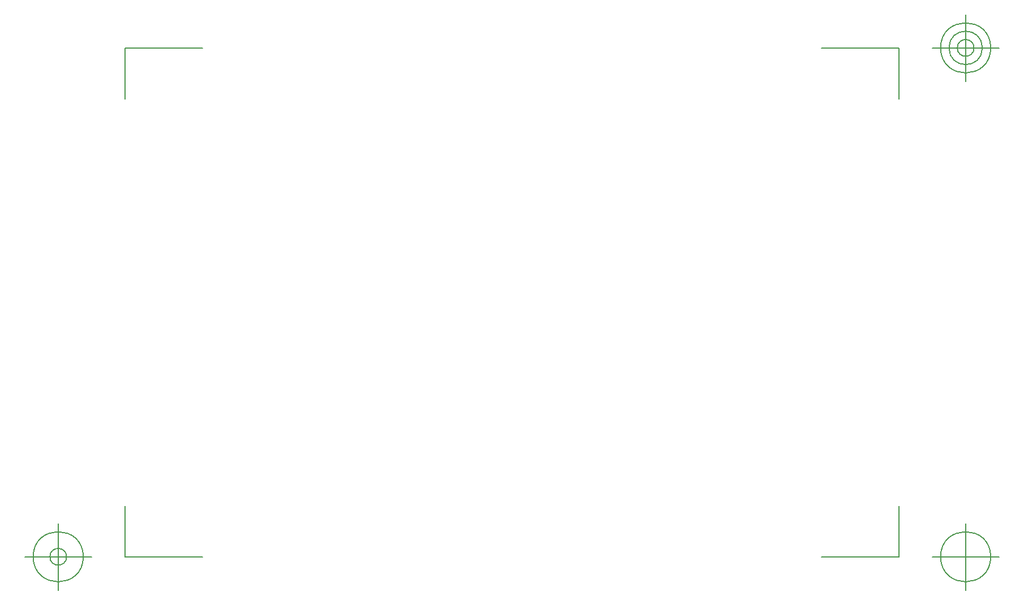
<source format=gbr>
G04 Generated by Ultiboard 14.2 *
%FSLAX24Y24*%
%MOIN*%

%ADD10C,0.0001*%
%ADD11C,0.0050*%


G04 ColorRGB FF14FF for the following layer *
%LNSilkscreen Bottom*%
%LPD*%
G54D10*
G54D11*
X-17500Y-100D02*
X-17500Y2900D01*
X-17500Y-100D02*
X-22059Y-100D01*
X-63092Y-100D02*
X-58533Y-100D01*
X-63092Y-100D02*
X-63092Y2900D01*
X-63092Y29900D02*
X-63092Y26900D01*
X-63092Y29900D02*
X-58533Y29900D01*
X-17500Y29900D02*
X-22059Y29900D01*
X-17500Y29900D02*
X-17500Y26900D01*
X-15531Y-100D02*
X-11594Y-100D01*
X-13563Y-2069D02*
X-13563Y1869D01*
X-12087Y-100D02*
G75*
D01*
G02X-12087Y-100I-1476J0*
G01*
X-65061Y-100D02*
X-68998Y-100D01*
X-67029Y-2069D02*
X-67029Y1869D01*
X-65553Y-100D02*
G75*
D01*
G02X-65553Y-100I-1476J0*
G01*
X-66537Y-100D02*
G75*
D01*
G02X-66537Y-100I-492J0*
G01*
X-15531Y29900D02*
X-11594Y29900D01*
X-13563Y27931D02*
X-13563Y31869D01*
X-12087Y29900D02*
G75*
D01*
G02X-12087Y29900I-1476J0*
G01*
X-12579Y29900D02*
G75*
D01*
G02X-12579Y29900I-984J0*
G01*
X-13071Y29900D02*
G75*
D01*
G02X-13071Y29900I-492J0*
G01*

M02*

</source>
